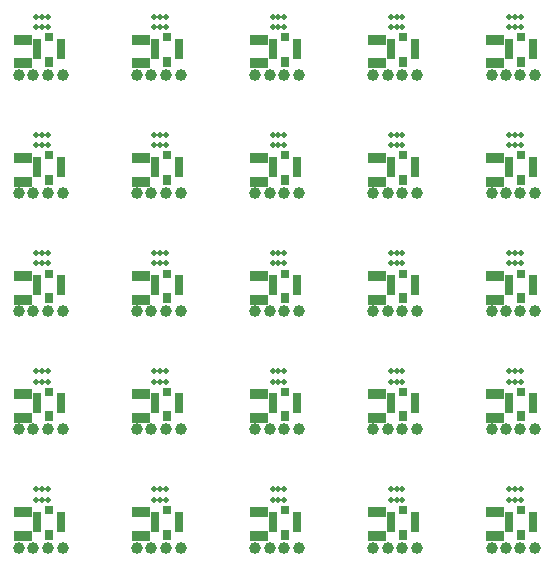
<source format=gts>
G75*
%MOIN*%
%OFA0B0*%
%FSLAX25Y25*%
%IPPOS*%
%LPD*%
%AMOC8*
5,1,8,0,0,1.08239X$1,22.5*
%
%ADD10C,0.01981*%
%ADD11R,0.05918X0.03556*%
%ADD12R,0.02769X0.03556*%
%ADD13R,0.03162X0.06706*%
%ADD14R,0.02769X0.03162*%
%ADD15C,0.03969*%
D10*
X0048244Y0056315D03*
X0050213Y0056315D03*
X0052181Y0056315D03*
X0052181Y0059858D03*
X0050213Y0059858D03*
X0048244Y0059858D03*
X0048244Y0095685D03*
X0050213Y0095685D03*
X0052181Y0095685D03*
X0052181Y0099228D03*
X0050213Y0099228D03*
X0048244Y0099228D03*
X0048244Y0135055D03*
X0050213Y0135055D03*
X0052181Y0135055D03*
X0052181Y0138598D03*
X0050213Y0138598D03*
X0048244Y0138598D03*
X0048244Y0174425D03*
X0050213Y0174425D03*
X0052181Y0174425D03*
X0052181Y0177969D03*
X0050213Y0177969D03*
X0048244Y0177969D03*
X0048244Y0213795D03*
X0050213Y0213795D03*
X0052181Y0213795D03*
X0052181Y0217339D03*
X0050213Y0217339D03*
X0048244Y0217339D03*
X0087614Y0217339D03*
X0089583Y0217339D03*
X0091551Y0217339D03*
X0091551Y0213795D03*
X0089583Y0213795D03*
X0087614Y0213795D03*
X0087614Y0177969D03*
X0089583Y0177969D03*
X0091551Y0177969D03*
X0091551Y0174425D03*
X0089583Y0174425D03*
X0087614Y0174425D03*
X0087614Y0138598D03*
X0089583Y0138598D03*
X0091551Y0138598D03*
X0091551Y0135055D03*
X0089583Y0135055D03*
X0087614Y0135055D03*
X0087614Y0099228D03*
X0089583Y0099228D03*
X0091551Y0099228D03*
X0091551Y0095685D03*
X0089583Y0095685D03*
X0087614Y0095685D03*
X0087614Y0059858D03*
X0089583Y0059858D03*
X0091551Y0059858D03*
X0091551Y0056315D03*
X0089583Y0056315D03*
X0087614Y0056315D03*
X0126984Y0056315D03*
X0128953Y0056315D03*
X0130921Y0056315D03*
X0130921Y0059858D03*
X0128953Y0059858D03*
X0126984Y0059858D03*
X0126984Y0095685D03*
X0128953Y0095685D03*
X0130921Y0095685D03*
X0130921Y0099228D03*
X0128953Y0099228D03*
X0126984Y0099228D03*
X0126984Y0135055D03*
X0128953Y0135055D03*
X0130921Y0135055D03*
X0130921Y0138598D03*
X0128953Y0138598D03*
X0126984Y0138598D03*
X0126984Y0174425D03*
X0128953Y0174425D03*
X0130921Y0174425D03*
X0130921Y0177969D03*
X0128953Y0177969D03*
X0126984Y0177969D03*
X0126984Y0213795D03*
X0128953Y0213795D03*
X0130921Y0213795D03*
X0130921Y0217339D03*
X0128953Y0217339D03*
X0126984Y0217339D03*
X0166354Y0217339D03*
X0168323Y0217339D03*
X0170291Y0217339D03*
X0170291Y0213795D03*
X0168323Y0213795D03*
X0166354Y0213795D03*
X0166354Y0177969D03*
X0168323Y0177969D03*
X0170291Y0177969D03*
X0170291Y0174425D03*
X0168323Y0174425D03*
X0166354Y0174425D03*
X0166354Y0138598D03*
X0168323Y0138598D03*
X0170291Y0138598D03*
X0170291Y0135055D03*
X0168323Y0135055D03*
X0166354Y0135055D03*
X0166354Y0099228D03*
X0168323Y0099228D03*
X0170291Y0099228D03*
X0170291Y0095685D03*
X0168323Y0095685D03*
X0166354Y0095685D03*
X0166354Y0059858D03*
X0168323Y0059858D03*
X0170291Y0059858D03*
X0170291Y0056315D03*
X0168323Y0056315D03*
X0166354Y0056315D03*
X0205724Y0056315D03*
X0207693Y0056315D03*
X0209661Y0056315D03*
X0209661Y0059858D03*
X0207693Y0059858D03*
X0205724Y0059858D03*
X0205724Y0095685D03*
X0207693Y0095685D03*
X0209661Y0095685D03*
X0209661Y0099228D03*
X0207693Y0099228D03*
X0205724Y0099228D03*
X0205724Y0135055D03*
X0207693Y0135055D03*
X0209661Y0135055D03*
X0209661Y0138598D03*
X0207693Y0138598D03*
X0205724Y0138598D03*
X0205724Y0174425D03*
X0207693Y0174425D03*
X0209661Y0174425D03*
X0209661Y0177969D03*
X0207693Y0177969D03*
X0205724Y0177969D03*
X0205724Y0213795D03*
X0207693Y0213795D03*
X0209661Y0213795D03*
X0209661Y0217339D03*
X0207693Y0217339D03*
X0205724Y0217339D03*
D11*
X0201197Y0209622D03*
X0201197Y0201748D03*
X0201197Y0170252D03*
X0201197Y0162378D03*
X0201197Y0130882D03*
X0201197Y0123008D03*
X0201197Y0091512D03*
X0201197Y0083638D03*
X0201197Y0052142D03*
X0201197Y0044268D03*
X0161827Y0044268D03*
X0161827Y0052142D03*
X0161827Y0083638D03*
X0161827Y0091512D03*
X0161827Y0123008D03*
X0161827Y0130882D03*
X0161827Y0162378D03*
X0161827Y0170252D03*
X0161827Y0201748D03*
X0161827Y0209622D03*
X0122457Y0209622D03*
X0122457Y0201748D03*
X0122457Y0170252D03*
X0122457Y0162378D03*
X0122457Y0130882D03*
X0122457Y0123008D03*
X0122457Y0091512D03*
X0122457Y0083638D03*
X0122457Y0052142D03*
X0122457Y0044268D03*
X0083087Y0044268D03*
X0083087Y0052142D03*
X0083087Y0083638D03*
X0083087Y0091512D03*
X0083087Y0123008D03*
X0083087Y0130882D03*
X0083087Y0162378D03*
X0083087Y0170252D03*
X0083087Y0201748D03*
X0083087Y0209622D03*
X0043717Y0209622D03*
X0043717Y0201748D03*
X0043717Y0170252D03*
X0043717Y0162378D03*
X0043717Y0130882D03*
X0043717Y0123008D03*
X0043717Y0091512D03*
X0043717Y0083638D03*
X0043717Y0052142D03*
X0043717Y0044268D03*
D12*
X0052378Y0044701D03*
X0091748Y0044701D03*
X0131118Y0044701D03*
X0131118Y0084071D03*
X0131118Y0123441D03*
X0091748Y0123441D03*
X0052378Y0123441D03*
X0052378Y0084071D03*
X0091748Y0084071D03*
X0091748Y0162811D03*
X0052378Y0162811D03*
X0052378Y0202181D03*
X0091748Y0202181D03*
X0131118Y0202181D03*
X0131118Y0162811D03*
X0170488Y0162811D03*
X0170488Y0202181D03*
X0209858Y0202181D03*
X0209858Y0162811D03*
X0209858Y0123441D03*
X0170488Y0123441D03*
X0170488Y0084071D03*
X0209858Y0084071D03*
X0209858Y0044701D03*
X0170488Y0044701D03*
D13*
X0166551Y0049031D03*
X0174425Y0049031D03*
X0205921Y0049031D03*
X0213795Y0049031D03*
X0213795Y0088402D03*
X0205921Y0088402D03*
X0174425Y0088402D03*
X0166551Y0088402D03*
X0135055Y0088402D03*
X0127181Y0088402D03*
X0095685Y0088402D03*
X0087811Y0088402D03*
X0056315Y0088402D03*
X0048441Y0088402D03*
X0048441Y0049031D03*
X0056315Y0049031D03*
X0087811Y0049031D03*
X0095685Y0049031D03*
X0127181Y0049031D03*
X0135055Y0049031D03*
X0135055Y0127772D03*
X0127181Y0127772D03*
X0095685Y0127772D03*
X0087811Y0127772D03*
X0056315Y0127772D03*
X0048441Y0127772D03*
X0048441Y0167142D03*
X0056315Y0167142D03*
X0087811Y0167142D03*
X0095685Y0167142D03*
X0127181Y0167142D03*
X0135055Y0167142D03*
X0166551Y0167142D03*
X0174425Y0167142D03*
X0205921Y0167142D03*
X0213795Y0167142D03*
X0213795Y0127772D03*
X0205921Y0127772D03*
X0174425Y0127772D03*
X0166551Y0127772D03*
X0166551Y0206512D03*
X0174425Y0206512D03*
X0205921Y0206512D03*
X0213795Y0206512D03*
X0135055Y0206512D03*
X0127181Y0206512D03*
X0095685Y0206512D03*
X0087811Y0206512D03*
X0056315Y0206512D03*
X0048441Y0206512D03*
D14*
X0052378Y0210449D03*
X0091748Y0210449D03*
X0131118Y0210449D03*
X0131118Y0171079D03*
X0091748Y0171079D03*
X0052378Y0171079D03*
X0052378Y0131709D03*
X0091748Y0131709D03*
X0131118Y0131709D03*
X0131118Y0092339D03*
X0091748Y0092339D03*
X0052378Y0092339D03*
X0052378Y0052969D03*
X0091748Y0052969D03*
X0131118Y0052969D03*
X0170488Y0052969D03*
X0209858Y0052969D03*
X0209858Y0092339D03*
X0209858Y0131709D03*
X0170488Y0131709D03*
X0170488Y0092339D03*
X0170488Y0171079D03*
X0170488Y0210449D03*
X0209858Y0210449D03*
X0209858Y0171079D03*
D15*
X0042535Y0040370D03*
X0047260Y0040370D03*
X0051984Y0040370D03*
X0057102Y0040370D03*
X0081906Y0040370D03*
X0086630Y0040370D03*
X0091354Y0040370D03*
X0096472Y0040370D03*
X0121276Y0040370D03*
X0126000Y0040370D03*
X0130724Y0040370D03*
X0135843Y0040370D03*
X0160646Y0040370D03*
X0165370Y0040370D03*
X0170094Y0040370D03*
X0175213Y0040370D03*
X0200016Y0040370D03*
X0204740Y0040370D03*
X0209465Y0040370D03*
X0214583Y0040370D03*
X0214583Y0079740D03*
X0209465Y0079740D03*
X0204740Y0079740D03*
X0200016Y0079740D03*
X0175213Y0079740D03*
X0170094Y0079740D03*
X0165370Y0079740D03*
X0160646Y0079740D03*
X0135843Y0079740D03*
X0130724Y0079740D03*
X0126000Y0079740D03*
X0121276Y0079740D03*
X0096472Y0079740D03*
X0091354Y0079740D03*
X0086630Y0079740D03*
X0081906Y0079740D03*
X0057102Y0079740D03*
X0051984Y0079740D03*
X0047260Y0079740D03*
X0042535Y0079740D03*
X0042535Y0119110D03*
X0047260Y0119110D03*
X0051984Y0119110D03*
X0057102Y0119110D03*
X0081906Y0119110D03*
X0086630Y0119110D03*
X0091354Y0119110D03*
X0096472Y0119110D03*
X0121276Y0119110D03*
X0126000Y0119110D03*
X0130724Y0119110D03*
X0135843Y0119110D03*
X0160646Y0119110D03*
X0165370Y0119110D03*
X0170094Y0119110D03*
X0175213Y0119110D03*
X0200016Y0119110D03*
X0204740Y0119110D03*
X0209465Y0119110D03*
X0214583Y0119110D03*
X0214583Y0158480D03*
X0209465Y0158480D03*
X0204740Y0158480D03*
X0200016Y0158480D03*
X0175213Y0158480D03*
X0170094Y0158480D03*
X0165370Y0158480D03*
X0160646Y0158480D03*
X0135843Y0158480D03*
X0130724Y0158480D03*
X0126000Y0158480D03*
X0121276Y0158480D03*
X0096472Y0158480D03*
X0091354Y0158480D03*
X0086630Y0158480D03*
X0081906Y0158480D03*
X0057102Y0158480D03*
X0051984Y0158480D03*
X0047260Y0158480D03*
X0042535Y0158480D03*
X0042535Y0197850D03*
X0047260Y0197850D03*
X0051984Y0197850D03*
X0057102Y0197850D03*
X0081906Y0197850D03*
X0086630Y0197850D03*
X0091354Y0197850D03*
X0096472Y0197850D03*
X0121276Y0197850D03*
X0126000Y0197850D03*
X0130724Y0197850D03*
X0135843Y0197850D03*
X0160646Y0197850D03*
X0165370Y0197850D03*
X0170094Y0197850D03*
X0175213Y0197850D03*
X0200016Y0197850D03*
X0204740Y0197850D03*
X0209465Y0197850D03*
X0214583Y0197850D03*
M02*

</source>
